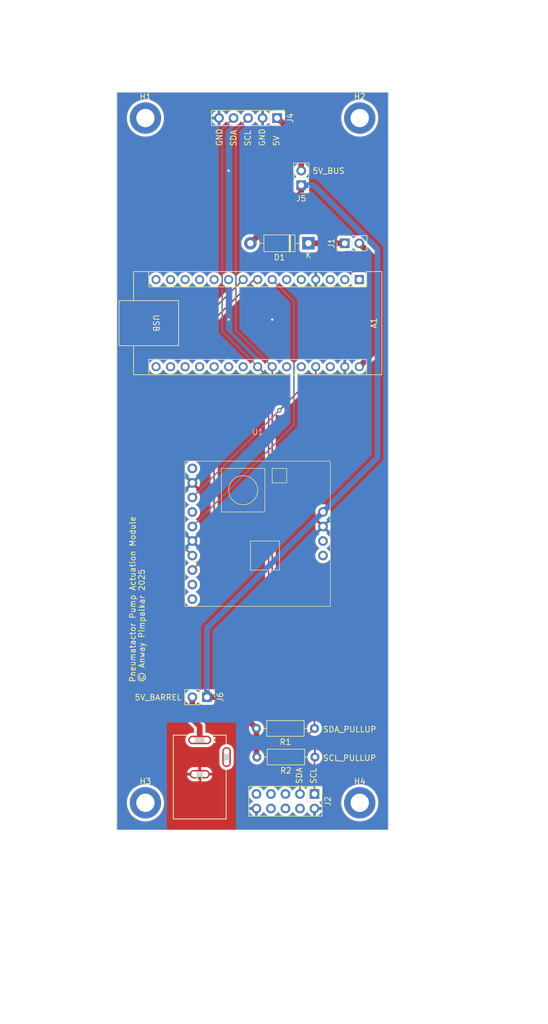
<source format=kicad_pcb>
(kicad_pcb (version 20221018) (generator pcbnew)
  (layers (0 "F.Cu" signal) (31 "B.Cu" signal) (34 "B.Paste" user) (35 "F.Paste" user) (36 "B.SilkS" user "B.Silkscreen") (37 "F.SilkS" user "F.Silkscreen") (38 "B.Mask" user) (39 "F.Mask" user) (44 "Edge.Cuts" user))
  (net 0 "")
  (net 4 "GND")
  (net 7 "EN")
  (net 8 "PWM1")
  (net 9 "PWM2")
  (net 23 "SDA")
  (net 24 "SCL")
  (net 27 "5V_NANO")
  (net 29 "Net-(A1-VIN)")
  (net 30 "Net-(D1-K)")
  (net 31 "5V")
  (net 45 "5V_BARREL")
  (net 46 "5V_BUS")
  (footprint "Diode_THT:D_DO-41_SOD81_P10.16mm_Horizontal" (layer "F.Cu") (at 66.04 57.15 180)
    (fp_text reference "D1" (at 5.08 -2.47) (layer "F.SilkS"))
    (fp_text value "1N4001")
    (fp_text user "K" (at 0 -2.1) (layer "F.SilkS"))
    (fp_line (start 1.34 0) (end 2.36 0) (stroke (width 0.12)) (layer "F.SilkS"))
    (fp_line (start 2.36 -1.47) (end 2.36 1.47) (stroke (width 0.12)) (layer "F.SilkS"))
    (fp_line (start 2.36 1.47) (end 7.8 1.47) (stroke (width 0.12)) (layer "F.SilkS"))
    (fp_line (start 3.14 -1.47) (end 3.14 1.47) (stroke (width 0.12)) (layer "F.SilkS"))
    (fp_line (start 3.26 -1.47) (end 3.26 1.47) (stroke (width 0.12)) (layer "F.SilkS"))
    (fp_line (start 3.38 -1.47) (end 3.38 1.47) (stroke (width 0.12)) (layer "F.SilkS"))
    (fp_line (start 7.8 -1.47) (end 2.36 -1.47) (stroke (width 0.12)) (layer "F.SilkS"))
    (fp_line (start 7.8 1.47) (end 7.8 -1.47) (stroke (width 0.12)) (layer "F.SilkS"))
    (fp_line (start 8.82 0) (end 7.8 0) (stroke (width 0.12)) (layer "F.SilkS"))
    (pad "1" thru_hole rect (at 0 0 180) (size 2.2 2.2) (drill 1.1) (layers "*.Cu" "*.Mask") (net 30 "Net-(D1-K)"))
    (pad "2" thru_hole oval (at 10.16 0 180) (size 2.2 2.2) (drill 1.1) (layers "*.Cu" "*.Mask") (net 31 "5V"))
  )
  (footprint "Pneumatactors:Pololu 2997 Motor Driver" (layer "F.Cu") (at 44.45 95.25)
    (fp_text reference "U1" (at 12.7 -5.08 unlocked) (layer "F.SilkS") (effects (font (thickness 0.1))))
    (fp_text value "~")
    (fp_rect (start 0 0) (end 25.4 25.4) (stroke (width 0.1)) (fill none) (layer "F.SilkS"))
    (fp_rect (start 6.35 1.27) (end 13.97 8.89) (stroke (width 0.1)) (fill none) (layer "F.SilkS"))
    (fp_rect (start 11.43 13.97) (end 16.51 19.05) (stroke (width 0.1)) (fill none) (layer "F.SilkS"))
    (fp_rect (start 15.24 1.27) (end 17.78 3.81) (stroke (width 0.1)) (fill none) (layer "F.SilkS"))
    (fp_circle (center 10.16 5.08) (end 12.7 5.08) (stroke (width 0.1)) (fill none) (layer "F.SilkS"))
    (pad "1" thru_hole circle (at 1.27 1.27) (size 1.7 1.7) (drill 1) (layers "*.Cu" "*.Mask"))
    (pad "2" thru_hole circle (at 1.27 3.81) (size 1.7 1.7) (drill 1) (layers "*.Cu" "*.Mask") (net 4 "GND"))
    (pad "3" thru_hole circle (at 1.27 6.35) (size 1.7 1.7) (drill 1) (layers "*.Cu" "*.Mask") (net 27 "5V_NANO"))
    (pad "4" thru_hole circle (at 1.27 8.89) (size 1.7 1.7) (drill 1) (layers "*.Cu" "*.Mask"))
    (pad "5" thru_hole circle (at 1.27 11.43) (size 1.7 1.7) (drill 1) (layers "*.Cu" "*.Mask") (net 7 "EN"))
    (pad "6" thru_hole circle (at 1.27 13.97) (size 1.7 1.7) (drill 1) (layers "*.Cu" "*.Mask") (net 4 "GND"))
    (pad "7" thru_hole circle (at 1.27 16.51) (size 1.7 1.7) (drill 1) (layers "*.Cu" "*.Mask") (net 9 "PWM2"))
    (pad "8" thru_hole circle (at 1.27 19.05) (size 1.7 1.7) (drill 1) (layers "*.Cu" "*.Mask") (net 8 "PWM1"))
    (pad "9" thru_hole circle (at 1.27 21.59) (size 1.7 1.7) (drill 1) (layers "*.Cu" "*.Mask"))
    (pad "10" thru_hole circle (at 1.27 24.13) (size 1.7 1.7) (drill 1) (layers "*.Cu" "*.Mask"))
    (pad "11" thru_hole circle (at 24.13 8.89) (size 1.7 1.7) (drill 1) (layers "*.Cu" "*.Mask") (net 31 "5V"))
    (pad "12" thru_hole circle (at 24.13 11.43) (size 1.7 1.7) (drill 1) (layers "*.Cu" "*.Mask") (net 4 "GND"))
    (pad "13" thru_hole circle (at 24.13 13.97) (size 1.7 1.7) (drill 1) (layers "*.Cu" "*.Mask"))
    (pad "14" thru_hole circle (at 24.13 16.51) (size 1.7 1.7) (drill 1) (layers "*.Cu" "*.Mask"))
  )
  (footprint "Pneumatactors:PJ-002A_CUD" (layer "F.Cu") (at 47.01 150.5 180)
    (fp_text reference "J3" (at 0 0 180 unlocked) (layer "F.SilkS"))
    (fp_text value "PJ-002A")
    (fp_text user "*" (at -2.54 6.4897 180 unlocked) (layer "F.SilkS"))
    (fp_text user "*" (at -2.54 6.4897) (layer "F.SilkS"))
    (fp_line (start -4.6228 -7.3279) (end -4.6228 1.409846) (stroke (width 0.1524)) (layer "F.SilkS"))
    (fp_line (start -4.6228 5.575154) (end -4.6228 7.3279) (stroke (width 0.1524)) (layer "F.SilkS"))
    (fp_line (start -4.6228 7.3279) (end -1.941574 7.3279) (stroke (width 0.1524)) (layer "F.SilkS"))
    (fp_line (start 1.941574 7.3279) (end 4.6228 7.3279) (stroke (width 0.1524)) (layer "F.SilkS"))
    (fp_line (start 4.6228 -7.3279) (end -4.6228 -7.3279) (stroke (width 0.1524)) (layer "F.SilkS"))
    (fp_line (start 4.6228 7.3279) (end 4.6228 -7.3279) (stroke (width 0.1524)) (layer "F.SilkS"))
    (fp_line (start -4.699 4.4958) (end -4.699 2.4892) (stroke (width 0.9906)) (layer "Edge.Cuts"))
    (fp_line (start -1.257311 6.4897) (end 1.257289 6.4897) (stroke (width 0.9906)) (layer "Edge.Cuts"))
    (fp_line (start -1.0033 0.4953) (end 1.0033 0.4953) (stroke (width 0.9906)) (layer "Edge.Cuts"))
    (pad "" np_thru_hole circle (at -4.699 2.4892 180) (size 0.9906 0.9906) (drill 0.9906) (layers "*.Cu" "*.Mask"))
    (pad "" np_thru_hole circle (at -4.699 4.4958 180) (size 0.9906 0.9906) (drill 0.9906) (layers "*.Cu" "*.Mask"))
    (pad "" np_thru_hole circle (at -1.257311 6.4897 180) (size 0.9906 0.9906) (drill 0.9906) (layers "*.Cu" "*.Mask"))
    (pad "" np_thru_hole circle (at -1.0033 0.4953 180) (size 0.9906 0.9906) (drill 0.9906) (layers "*.Cu" "*.Mask"))
    (pad "" np_thru_hole circle (at 1.0033 0.4953 180) (size 0.9906 0.9906) (drill 0.9906) (layers "*.Cu" "*.Mask"))
    (pad "" np_thru_hole circle (at 1.257289 6.4897 180) (size 0.9906 0.9906) (drill 0.9906) (layers "*.Cu" "*.Mask"))
    (pad "1" smd oval (at 0 6.4897 180) (size 4.0132 1.4986) (layers "F.Cu" "F.Paste" "F.Mask") (net 45 "5V_BARREL"))
    (pad "2" smd oval (at 0 0.4953 180) (size 3.5052 1.4986) (layers "F.Cu" "F.Paste" "F.Mask") (net 4 "GND"))
    (pad "3" smd oval (at -4.699 3.4925 180) (size 1.4986 3.5052) (layers "F.Cu" "F.Paste" "F.Mask"))
  )
  (footprint "MountingHole:MountingHole_3.2mm_M3_ISO14580_Pad" (layer "F.Cu") (at 75.01 35.25)
    (fp_text reference "H2" (at 0 -3.75) (layer "F.SilkS"))
    (fp_text value "MountingHole" hide)
    (pad "1" thru_hole circle (at 0 0) (size 5.5 5.5) (drill 3.2) (layers "*.Cu" "*.Mask"))
  )
  (footprint "Connector_PinHeader_2.54mm:PinHeader_2x05_P2.54mm_Vertical" (layer "F.Cu") (at 67.09 153.46 -90)
    (fp_text reference "J2" (at 1.27 -2.33 90) (layer "F.SilkS"))
    (fp_text value "Conn_02x05_Odd_Even")
    (fp_line (start -1.33 -1.33) (end 0 -1.33) (stroke (width 0.12)) (layer "F.SilkS"))
    (fp_line (start -1.33 0) (end -1.33 -1.33) (stroke (width 0.12)) (layer "F.SilkS"))
    (fp_line (start -1.33 1.27) (end -1.33 11.49) (stroke (width 0.12)) (layer "F.SilkS"))
    (fp_line (start -1.33 1.27) (end 1.27 1.27) (stroke (width 0.12)) (layer "F.SilkS"))
    (fp_line (start -1.33 11.49) (end 3.87 11.49) (stroke (width 0.12)) (layer "F.SilkS"))
    (fp_line (start 1.27 -1.33) (end 3.87 -1.33) (stroke (width 0.12)) (layer "F.SilkS"))
    (fp_line (start 1.27 1.27) (end 1.27 -1.33) (stroke (width 0.12)) (layer "F.SilkS"))
    (fp_line (start 3.87 -1.33) (end 3.87 11.49) (stroke (width 0.12)) (layer "F.SilkS"))
    (pad "1" thru_hole rect (at 0 0 270) (size 1.7 1.7) (drill 1) (layers "*.Cu" "*.Mask") (net 24 "SCL"))
    (pad "2" thru_hole oval (at 2.54 0 270) (size 1.7 1.7) (drill 1) (layers "*.Cu" "*.Mask") (net 4 "GND"))
    (pad "3" thru_hole oval (at 0 2.54 270) (size 1.7 1.7) (drill 1) (layers "*.Cu" "*.Mask") (net 23 "SDA"))
    (pad "4" thru_hole oval (at 2.54 2.54 270) (size 1.7 1.7) (drill 1) (layers "*.Cu" "*.Mask"))
    (pad "5" thru_hole oval (at 0 5.08 270) (size 1.7 1.7) (drill 1) (layers "*.Cu" "*.Mask"))
    (pad "6" thru_hole oval (at 2.54 5.08 270) (size 1.7 1.7) (drill 1) (layers "*.Cu" "*.Mask"))
    (pad "7" thru_hole oval (at 0 7.62 270) (size 1.7 1.7) (drill 1) (layers "*.Cu" "*.Mask"))
    (pad "8" thru_hole oval (at 2.54 7.62 270) (size 1.7 1.7) (drill 1) (layers "*.Cu" "*.Mask"))
    (pad "9" thru_hole oval (at 0 10.16 270) (size 1.7 1.7) (drill 1) (layers "*.Cu" "*.Mask"))
    (pad "10" thru_hole oval (at 2.54 10.16 270) (size 1.7 1.7) (drill 1) (layers "*.Cu" "*.Mask") (net 4 "GND"))
  )
  (footprint "Connector_PinHeader_2.54mm:PinHeader_1x05_P2.54mm_Vertical" (layer "F.Cu") (at 60.55 35.25 -90)
    (fp_text reference "J4" (at 0 -2.33 90) (layer "F.SilkS"))
    (fp_text value "Conn_01x05_Pin")
    (fp_line (start -1.33 -1.33) (end 0 -1.33) (stroke (width 0.12)) (layer "F.SilkS"))
    (fp_line (start -1.33 0) (end -1.33 -1.33) (stroke (width 0.12)) (layer "F.SilkS"))
    (fp_line (start -1.33 1.27) (end -1.33 11.49) (stroke (width 0.12)) (layer "F.SilkS"))
    (fp_line (start -1.33 1.27) (end 1.33 1.27) (stroke (width 0.12)) (layer "F.SilkS"))
    (fp_line (start -1.33 11.49) (end 1.33 11.49) (stroke (width 0.12)) (layer "F.SilkS"))
    (fp_line (start 1.33 1.27) (end 1.33 11.49) (stroke (width 0.12)) (layer "F.SilkS"))
    (pad "1" thru_hole rect (at 0 0 270) (size 1.7 1.7) (drill 1) (layers "*.Cu" "*.Mask") (net 46 "5V_BUS"))
    (pad "2" thru_hole oval (at 0 2.54 270) (size 1.7 1.7) (drill 1) (layers "*.Cu" "*.Mask") (net 4 "GND"))
    (pad "3" thru_hole oval (at 0 5.08 270) (size 1.7 1.7) (drill 1) (layers "*.Cu" "*.Mask") (net 24 "SCL"))
    (pad "4" thru_hole oval (at 0 7.62 270) (size 1.7 1.7) (drill 1) (layers "*.Cu" "*.Mask") (net 23 "SDA"))
    (pad "5" thru_hole oval (at 0 10.16 270) (size 1.7 1.7) (drill 1) (layers "*.Cu" "*.Mask") (net 4 "GND"))
  )
  (footprint "Connector_PinHeader_2.54mm:PinHeader_1x02_P2.54mm_Vertical" (layer "F.Cu") (at 72.39 57.15 90)
    (fp_text reference "J1" (at 0 -2.33 90) (layer "F.SilkS"))
    (fp_text value "Conn_01x02_Pin")
    (fp_line (start -1.33 -1.33) (end 0 -1.33) (stroke (width 0.12)) (layer "F.SilkS"))
    (fp_line (start -1.33 0) (end -1.33 -1.33) (stroke (width 0.12)) (layer "F.SilkS"))
    (fp_line (start -1.33 1.27) (end -1.33 3.87) (stroke (width 0.12)) (layer "F.SilkS"))
    (fp_line (start -1.33 1.27) (end 1.33 1.27) (stroke (width 0.12)) (layer "F.SilkS"))
    (fp_line (start -1.33 3.87) (end 1.33 3.87) (stroke (width 0.12)) (layer "F.SilkS"))
    (fp_line (start 1.33 1.27) (end 1.33 3.87) (stroke (width 0.12)) (layer "F.SilkS"))
    (pad "1" thru_hole rect (at 0 0 90) (size 1.7 1.7) (drill 1) (layers "*.Cu" "*.Mask") (net 30 "Net-(D1-K)"))
    (pad "2" thru_hole oval (at 0 2.54 90) (size 1.7 1.7) (drill 1) (layers "*.Cu" "*.Mask") (net 29 "Net-(A1-VIN)"))
  )
  (footprint "MountingHole:MountingHole_3.2mm_M3_ISO14580_Pad" (layer "F.Cu") (at 37.51 35.25)
    (fp_text reference "H1" (at 0 -3.75) (layer "F.SilkS"))
    (fp_text value "MountingHole")
    (pad "1" thru_hole circle (at 0 0) (size 5.5 5.5) (drill 3.2) (layers "*.Cu" "*.Mask"))
  )
  (footprint "Resistor_THT:R_Axial_DIN0207_L6.3mm_D2.5mm_P10.16mm_Horizontal" (layer "F.Cu") (at 67.09 142 180)
    (fp_text reference "R1" (at 5.08 -2.37) (layer "F.SilkS"))
    (fp_text value "R")
    (fp_line (start 1.04 0) (end 1.81 0) (stroke (width 0.12)) (layer "F.SilkS"))
    (fp_line (start 1.81 -1.37) (end 1.81 1.37) (stroke (width 0.12)) (layer "F.SilkS"))
    (fp_line (start 1.81 1.37) (end 8.35 1.37) (stroke (width 0.12)) (layer "F.SilkS"))
    (fp_line (start 8.35 -1.37) (end 1.81 -1.37) (stroke (width 0.12)) (layer "F.SilkS"))
    (fp_line (start 8.35 1.37) (end 8.35 -1.37) (stroke (width 0.12)) (layer "F.SilkS"))
    (fp_line (start 9.12 0) (end 8.35 0) (stroke (width 0.12)) (layer "F.SilkS"))
    (pad "1" thru_hole circle (at 0 0 180) (size 1.6 1.6) (drill 0.8) (layers "*.Cu" "*.Mask") (net 23 "SDA"))
    (pad "2" thru_hole oval (at 10.16 0 180) (size 1.6 1.6) (drill 0.8) (layers "*.Cu" "*.Mask") (net 31 "5V"))
  )
  (footprint "MountingHole:MountingHole_3.2mm_M3_ISO14580_Pad" (layer "F.Cu") (at 37.51 155)
    (fp_text reference "H3" (at 0 -3.75) (layer "F.SilkS"))
    (fp_text value "MountingHole")
    (pad "1" thru_hole circle (at 0 0) (size 5.5 5.5) (drill 3.2) (layers "*.Cu" "*.Mask"))
  )
  (footprint "Resistor_THT:R_Axial_DIN0207_L6.3mm_D2.5mm_P10.16mm_Horizontal" (layer "F.Cu") (at 67.17 147 180)
    (fp_text reference "R2" (at 5.08 -2.37) (layer "F.SilkS"))
    (fp_text value "R")
    (fp_line (start 1.04 0) (end 1.81 0) (stroke (width 0.12)) (layer "F.SilkS"))
    (fp_line (start 1.81 -1.37) (end 1.81 1.37) (stroke (width 0.12)) (layer "F.SilkS"))
    (fp_line (start 1.81 1.37) (end 8.35 1.37) (stroke (width 0.12)) (layer "F.SilkS"))
    (fp_line (start 8.35 -1.37) (end 1.81 -1.37) (stroke (width 0.12)) (layer "F.SilkS"))
    (fp_line (start 8.35 1.37) (end 8.35 -1.37) (stroke (width 0.12)) (layer "F.SilkS"))
    (fp_line (start 9.12 0) (end 8.35 0) (stroke (width 0.12)) (layer "F.SilkS"))
    (pad "1" thru_hole circle (at 0 0 180) (size 1.6 1.6) (drill 0.8) (layers "*.Cu" "*.Mask") (net 24 "SCL"))
    (pad "2" thru_hole oval (at 10.16 0 180) (size 1.6 1.6) (drill 0.8) (layers "*.Cu" "*.Mask") (net 31 "5V"))
  )
  (footprint "MountingHole:MountingHole_3.2mm_M3_ISO14580_Pad" (layer "F.Cu") (at 75.01 155)
    (fp_text reference "H4" (at 0 -3.75) (layer "F.SilkS"))
    (fp_text value "MountingHole")
    (pad "1" thru_hole circle (at 0 0) (size 5.5 5.5) (drill 3.2) (layers "*.Cu" "*.Mask"))
  )
  (footprint "Connector_PinHeader_2.54mm:PinHeader_1x02_P2.54mm_Vertical" (layer "F.Cu") (at 64.77 46.99 180)
    (fp_text reference "J5" (at 0 -2.33) (layer "F.SilkS"))
    (fp_text value "Conn_01x02_Pin")
    (fp_line (start -1.33 -1.33) (end 0 -1.33) (stroke (width 0.12)) (layer "F.SilkS"))
    (fp_line (start -1.33 0) (end -1.33 -1.33) (stroke (width 0.12)) (layer "F.SilkS"))
    (fp_line (start -1.33 1.27) (end -1.33 3.87) (stroke (width 0.12)) (layer "F.SilkS"))
    (fp_line (start -1.33 1.27) (end 1.33 1.27) (stroke (width 0.12)) (layer "F.SilkS"))
    (fp_line (start -1.33 3.87) (end 1.33 3.87) (stroke (width 0.12)) (layer "F.SilkS"))
    (fp_line (start 1.33 1.27) (end 1.33 3.87) (stroke (width 0.12)) (layer "F.SilkS"))
    (pad "1" thru_hole rect (at 0 0 180) (size 1.7 1.7) (drill 1) (layers "*.Cu" "*.Mask") (net 31 "5V"))
    (pad "2" thru_hole oval (at 0 2.54 180) (size 1.7 1.7) (drill 1) (layers "*.Cu" "*.Mask") (net 46 "5V_BUS"))
  )
  (footprint "Module:Arduino_Nano" (layer "F.Cu") (at 74.93 63.5 -90)
    (fp_text reference "A1" (at 7.62 -2.54 90) (layer "F.SilkS"))
    (fp_text value "Arduino_Nano_Every")
    (fp_text user "USB" (at 7.62 35.56 -90 unlocked) (layer "F.SilkS"))
    (fp_line (start -1.4 -3.94) (end -1.4 -1.27) (stroke (width 0.12)) (layer "F.SilkS"))
    (fp_line (start -1.4 1.27) (end -1.4 39.5) (stroke (width 0.12)) (layer "F.SilkS"))
    (fp_line (start -1.4 39.5) (end 3.68 39.5) (stroke (width 0.12)) (layer "F.SilkS"))
    (fp_line (start 1.27 -1.27) (end -1.4 -1.27) (stroke (width 0.12)) (layer "F.SilkS"))
    (fp_line (start 1.27 1.27) (end -1.4 1.27) (stroke (width 0.12)) (layer "F.SilkS"))
    (fp_line (start 1.27 1.27) (end 1.27 -1.27) (stroke (width 0.12)) (layer "F.SilkS"))
    (fp_line (start 1.27 1.27) (end 1.27 36.83) (stroke (width 0.12)) (layer "F.SilkS"))
    (fp_line (start 1.27 36.83) (end -1.4 36.83) (stroke (width 0.12)) (layer "F.SilkS"))
    (fp_line (start 3.68 31.62) (end 11.56 31.62) (stroke (width 0.12)) (layer "F.SilkS"))
    (fp_line (start 3.68 42.04) (end 3.68 31.62) (stroke (width 0.12)) (layer "F.SilkS"))
    (fp_line (start 11.56 31.62) (end 11.56 42.04) (stroke (width 0.12)) (layer "F.SilkS"))
    (fp_line (start 11.56 42.04) (end 3.68 42.04) (stroke (width 0.12)) (layer "F.SilkS"))
    (fp_line (start 13.97 -1.27) (end 13.97 36.83) (stroke (width 0.12)) (layer "F.SilkS"))
    (fp_line (start 13.97 -1.27) (end 16.64 -1.27) (stroke (width 0.12)) (layer "F.SilkS"))
    (fp_line (start 13.97 36.83) (end 16.64 36.83) (stroke (width 0.12)) (layer "F.SilkS"))
    (fp_line (start 16.64 -3.94) (end -1.4 -3.94) (stroke (width 0.12)) (layer "F.SilkS"))
    (fp_line (start 16.64 39.5) (end 11.56 39.5) (stroke (width 0.12)) (layer "F.SilkS"))
    (fp_line (start 16.64 39.5) (end 16.64 -3.94) (stroke (width 0.12)) (layer "F.SilkS"))
    (pad "1" thru_hole rect (at 0 0 270) (size 1.6 1.6) (drill 1) (layers "*.Cu" "*.Mask"))
    (pad "2" thru_hole oval (at 0 2.54 270) (size 1.6 1.6) (drill 1) (layers "*.Cu" "*.Mask"))
    (pad "3" thru_hole oval (at 0 5.08 270) (size 1.6 1.6) (drill 1) (layers "*.Cu" "*.Mask"))
    (pad "4" thru_hole oval (at 0 7.62 270) (size 1.6 1.6) (drill 1) (layers "*.Cu" "*.Mask") (net 4 "GND"))
    (pad "5" thru_hole oval (at 0 10.16 270) (size 1.6 1.6) (drill 1) (layers "*.Cu" "*.Mask"))
    (pad "6" thru_hole oval (at 0 12.7 270) (size 1.6 1.6) (drill 1) (layers "*.Cu" "*.Mask"))
    (pad "7" thru_hole oval (at 0 15.24 270) (size 1.6 1.6) (drill 1) (layers "*.Cu" "*.Mask") (net 7 "EN"))
    (pad "8" thru_hole oval (at 0 17.78 270) (size 1.6 1.6) (drill 1) (layers "*.Cu" "*.Mask") (net 8 "PWM1"))
    (pad "9" thru_hole oval (at 0 20.32 270) (size 1.6 1.6) (drill 1) (layers "*.Cu" "*.Mask") (net 9 "PWM2"))
    (pad "10" thru_hole oval (at 0 22.86 270) (size 1.6 1.6) (drill 1) (layers "*.Cu" "*.Mask"))
    (pad "11" thru_hole oval (at 0 25.4 270) (size 1.6 1.6) (drill 1) (layers "*.Cu" "*.Mask"))
    (pad "12" thru_hole oval (at 0 27.94 270) (size 1.6 1.6) (drill 1) (layers "*.Cu" "*.Mask"))
    (pad "13" thru_hole oval (at 0 30.48 270) (size 1.6 1.6) (drill 1) (layers "*.Cu" "*.Mask"))
    (pad "14" thru_hole oval (at 0 33.02 270) (size 1.6 1.6) (drill 1) (layers "*.Cu" "*.Mask"))
    (pad "15" thru_hole oval (at 0 35.56 270) (size 1.6 1.6) (drill 1) (layers "*.Cu" "*.Mask"))
    (pad "16" thru_hole oval (at 15.24 35.56 270) (size 1.6 1.6) (drill 1) (layers "*.Cu" "*.Mask"))
    (pad "17" thru_hole oval (at 15.24 33.02 270) (size 1.6 1.6) (drill 1) (layers "*.Cu" "*.Mask"))
    (pad "18" thru_hole oval (at 15.24 30.48 270) (size 1.6 1.6) (drill 1) (layers "*.Cu" "*.Mask"))
    (pad "19" thru_hole oval (at 15.24 27.94 270) (size 1.6 1.6) (drill 1) (layers "*.Cu" "*.Mask"))
    (pad "20" thru_hole oval (at 15.24 25.4 270) (size 1.6 1.6) (drill 1) (layers "*.Cu" "*.Mask"))
    (pad "21" thru_hole oval (at 15.24 22.86 270) (size 1.6 1.6) (drill 1) (layers "*.Cu" "*.Mask"))
    (pad "22" thru_hole oval (at 15.24 20.32 270) (size 1.6 1.6) (drill 1) (layers "*.Cu" "*.Mask"))
    (pad "23" thru_hole oval (at 15.24 17.78 270) (size 1.6 1.6) (drill 1) (layers "*.Cu" "*.Mask") (net 23 "SDA"))
    (pad "24" thru_hole oval (at 15.24 15.24 270) (size 1.6 1.6) (drill 1) (layers "*.Cu" "*.Mask") (net 24 "SCL"))
    (pad "25" thru_hole oval (at 15.24 12.7 270) (size 1.6 1.6) (drill 1) (layers "*.Cu" "*.Mask"))
    (pad "26" thru_hole oval (at 15.24 10.16 270) (size 1.6 1.6) (drill 1) (layers "*.Cu" "*.Mask"))
    (pad "27" thru_hole oval (at 15.24 7.62 270) (size 1.6 1.6) (drill 1) (layers "*.Cu" "*.Mask") (net 27 "5V_NANO"))
    (pad "28" thru_hole oval (at 15.24 5.08 270) (size 1.6 1.6) (drill 1) (layers "*.Cu" "*.Mask"))
    (pad "29" thru_hole oval (at 15.24 2.54 270) (size 1.6 1.6) (drill 1) (layers "*.Cu" "*.Mask") (net 4 "GND"))
    (pad "30" thru_hole oval (at 15.24 0 270) (size 1.6 1.6) (drill 1) (layers "*.Cu" "*.Mask") (net 29 "Net-(A1-VIN)"))
  )
  (footprint "Connector_PinHeader_2.54mm:PinHeader_1x02_P2.54mm_Vertical" (layer "F.Cu") (at 48.265 136.525 -90)
    (fp_text reference "J6" (at 0 -2.33 90) (layer "F.SilkS"))
    (fp_text value "Conn_01x02_Pin")
    (fp_line (start -1.33 -1.33) (end 0 -1.33) (stroke (width 0.12)) (layer "F.SilkS"))
    (fp_line (start -1.33 0) (end -1.33 -1.33) (stroke (width 0.12)) (layer "F.SilkS"))
    (fp_line (start -1.33 1.27) (end -1.33 3.87) (stroke (width 0.12)) (layer "F.SilkS"))
    (fp_line (start -1.33 1.27) (end 1.33 1.27) (stroke (width 0.12)) (layer "F.SilkS"))
    (fp_line (start -1.33 3.87) (end 1.33 3.87) (stroke (width 0.12)) (layer "F.SilkS"))
    (fp_line (start 1.33 1.27) (end 1.33 3.87) (stroke (width 0.12)) (layer "F.SilkS"))
    (pad "1" thru_hole rect (at 0 0 270) (size 1.7 1.7) (drill 1) (layers "*.Cu" "*.Mask") (net 31 "5V"))
    (pad "2" thru_hole oval (at 0 2.54 270) (size 1.7 1.7) (drill 1) (layers "*.Cu" "*.Mask") (net 45 "5V_BARREL"))
  )
  (gr_rect (start 32.51 30.75) (end 80.01 159.75) (stroke (width 0.1)) (fill none) (layer "Edge.Cuts"))
  (gr_text "SDA" (at 65.01 151.75 90) (layer "F.SilkS") (effects (font (size 1 1)) (justify left bottom)))
  (gr_text "GND" (at 58.51 40.25 90) (layer "F.SilkS") (effects (font (size 1 1)) (justify left bottom)))
  (gr_text "Pneumatactor Pump Actuation Module\n© Anway Pimpalkar 2025" (at 37.465 133.985 90) (layer "F.SilkS") (effects (font (size 1 1)) (justify left bottom)))
  (gr_text "5V_BUS" (at 66.675 45.085) (layer "F.SilkS") (effects (font (size 1 1)) (justify left bottom)))
  (gr_text "SCL" (at 67.51 151.75 90) (layer "F.SilkS") (effects (font (size 1 1)) (justify left bottom)))
  (gr_text "5V_BARREL" (at 35.56 137.16) (layer "F.SilkS") (effects (font (size 1 1)) (justify left bottom)))
  (gr_text "SDA_PULLUP" (at 68.51 142.75) (layer "F.SilkS") (effects (font (size 1 1)) (justify left bottom)))
  (gr_text "GND" (at 51.01 40.25 90) (layer "F.SilkS") (effects (font (size 1 1)) (justify left bottom)))
  (gr_text "SCL" (at 56.01 40.25 90) (layer "F.SilkS") (effects (font (size 1 1)) (justify left bottom)))
  (gr_text "SDA" (at 53.51 40.25 90) (layer "F.SilkS") (effects (font (size 1 1)) (justify left bottom)))
  (gr_text "SCL_PULLUP" (at 68.51 147.75) (layer "F.SilkS") (effects (font (size 1 1)) (justify left bottom)))
  (gr_text "5V" (at 61.01 40.25 90) (layer "F.SilkS") (effects (font (size 1 1)) (justify left bottom)))
  (via (at 52.07 44.45) (size 0.8) (drill 0.4) (layers "F.Cu" "B.Cu") (net 4))
  (via (at 52.07 70.485) (size 0.8) (drill 0.4) (layers "F.Cu" "B.Cu") (net 4))
  (via (at 59.69 70.485) (size 0.8) (drill 0.4) (layers "F.Cu" "B.Cu") (net 4))
  (segment (start 63.5 67.31) (end 63.5 88.9) (width 0.25) (layer "B.Cu") (net 7))
  (segment (start 63.5 88.9) (end 45.72 106.68) (width 0.25) (layer "B.Cu") (net 7))
  (segment (start 59.69 63.5) (end 63.5 67.31) (width 0.25) (layer "B.Cu") (net 7))
  (segment (start 56.515 63.5) (end 46.99 73.025) (width 0.25) (layer "F.Cu") (net 8))
  (segment (start 57.15 63.5) (end 56.515 63.5) (width 0.25) (layer "F.Cu") (net 8))
  (segment (start 49.53 94.615) (end 49.53 110.49) (width 0.25) (layer "F.Cu") (net 8))
  (segment (start 49.53 110.49) (end 45.72 114.3) (width 0.25) (layer "F.Cu") (net 8))
  (segment (start 35.56 80.645) (end 49.53 94.615) (width 0.25) (layer "F.Cu") (net 8))
  (segment (start 38.735 73.025) (end 35.56 76.2) (width 0.25) (layer "F.Cu") (net 8))
  (segment (start 46.99 73.025) (end 38.735 73.025) (width 0.25) (layer "F.Cu") (net 8))
  (segment (start 35.56 76.2) (end 35.56 80.645) (width 0.25) (layer "F.Cu") (net 8))
  (segment (start 41.91 87.631396) (end 41.91 107.95) (width 0.25) (layer "F.Cu") (net 9))
  (segment (start 41.91 107.95) (end 45.72 111.76) (width 0.25) (layer "F.Cu") (net 9))
  (segment (start 35.11 80.831396) (end 41.91 87.631396) (width 0.25) (layer "F.Cu") (net 9))
  (segment (start 35.11 76.013604) (end 35.11 80.831396) (width 0.25) (layer "F.Cu") (net 9))
  (segment (start 54.61 63.5) (end 45.535 72.575) (width 0.25) (layer "F.Cu") (net 9))
  (segment (start 45.535 72.575) (end 38.548604 72.575) (width 0.25) (layer "F.Cu") (net 9))
  (segment (start 38.548604 72.575) (end 35.11 76.013604) (width 0.25) (layer "F.Cu") (net 9))
  (segment (start 67.09 142) (end 64.55 144.54) (width 0.25) (layer "F.Cu") (net 23))
  (segment (start 67.09 140.75) (end 67.09 142) (width 0.25) (layer "F.Cu") (net 23))
  (segment (start 64.55 144.54) (end 64.55 153.46) (width 0.25) (layer "F.Cu") (net 23))
  (segment (start 59.055 80.645) (end 59.055 132.715) (width 0.25) (layer "F.Cu") (net 23))
  (segment (start 57.15 78.74) (end 59.055 80.645) (width 0.25) (layer "F.Cu") (net 23))
  (segment (start 59.055 132.715) (end 67.09 140.75) (width 0.25) (layer "F.Cu") (net 23))
  (segment (start 50.945 37.235) (end 50.945 72.535) (width 0.25) (layer "B.Cu") (net 23))
  (segment (start 52.93 35.25) (end 50.945 37.235) (width 0.25) (layer "B.Cu") (net 23))
  (segment (start 50.945 72.535) (end 57.15 78.74) (width 0.25) (layer "B.Cu") (net 23))
  (segment (start 67.09 153.46) (end 67.09 147.08) (width 0.25) (layer "F.Cu") (net 24))
  (segment (start 68.58 142.875) (end 68.58 140.97) (width 0.25) (layer "F.Cu") (net 24))
  (segment (start 68.58 140.97) (end 59.69 132.08) (width 0.25) (layer "F.Cu") (net 24))
  (segment (start 67.09 147.08) (end 67.17 147) (width 0.25) (layer "F.Cu") (net 24))
  (segment (start 67.17 147) (end 67.17 144.285) (width 0.25) (layer "F.Cu") (net 24))
  (segment (start 67.17 144.285) (end 68.58 142.875) (width 0.25) (layer "F.Cu") (net 24))
  (segment (start 59.69 132.08) (end 59.69 78.74) (width 0.25) (layer "F.Cu") (net 24))
  (segment (start 55.47 35.25) (end 53.34 37.38) (width 0.25) (layer "B.Cu") (net 24))
  (segment (start 54.745 35.975) (end 55.47 35.25) (width 0.25) (layer "B.Cu") (net 24))
  (segment (start 53.34 72.39) (end 59.69 78.74) (width 0.25) (layer "B.Cu") (net 24))
  (segment (start 53.34 37.38) (end 53.34 72.39) (width 0.25) (layer "B.Cu") (net 24))
  (segment (start 67.31 78.74) (end 67.31 80.01) (width 0.25) (layer "F.Cu") (net 27))
  (segment (start 67.31 80.01) (end 60.96 86.36) (width 0.25) (layer "F.Cu") (net 27))
  (via (at 60.96 86.36) (size 0.8) (drill 0.4) (layers "F.Cu" "B.Cu") (net 27))
  (segment (start 60.96 86.36) (end 45.72 101.6) (width 0.25) (layer "B.Cu") (net 27))
  (segment (start 77.47 59.69) (end 77.47 76.2) (width 1) (layer "F.Cu") (net 29))
  (segment (start 74.93 57.15) (end 77.47 59.69) (width 1) (layer "F.Cu") (net 29))
  (segment (start 77.47 76.2) (end 74.93 78.74) (width 1) (layer "F.Cu") (net 29))
  (segment (start 66.04 57.15) (end 72.39 57.15) (width 1) (layer "F.Cu") (net 30))
  (segment (start 64.77 48.26) (end 55.88 57.15) (width 1) (layer "F.Cu") (net 31))
  (segment (start 48.265 136.525) (end 51.455 136.525) (width 1) (layer "F.Cu") (net 31))
  (segment (start 56.93 146.92) (end 57.01 147) (width 1) (layer "F.Cu") (net 31))
  (segment (start 64.77 46.99) (end 64.77 48.26) (width 1) (layer "F.Cu") (net 31))
  (segment (start 56.93 142) (end 56.93 146.92) (width 1) (layer "F.Cu") (net 31))
  (segment (start 51.455 136.525) (end 56.93 142) (width 1) (layer "F.Cu") (net 31))
  (segment (start 66.962032 46.99) (end 64.77 46.99) (width 1) (layer "B.Cu") (net 31))
  (segment (start 48.265 136.525) (end 48.265 124.455) (width 1) (layer "B.Cu") (net 31))
  (segment (start 48.265 124.455) (end 68.58 104.14) (width 1) (layer "B.Cu") (net 31))
  (segment (start 78.105 94.615) (end 78.105 58.132968) (width 1) (layer "B.Cu") (net 31))
  (segment (start 68.58 104.14) (end 78.105 94.615) (width 1) (layer "B.Cu") (net 31))
  (segment (start 78.105 58.132968) (end 66.962032 46.99) (width 1) (layer "B.Cu") (net 31))
  (segment (start 45.725 136.525) (end 45.72 136.53) (width 1) (layer "F.Cu") (net 45))
  (segment (start 45.72 140.335) (end 47.01 141.625) (width 1) (layer "F.Cu") (net 45))
  (segment (start 47.01 141.625) (end 47.01 143.5103) (width 1) (layer "F.Cu") (net 45))
  (segment (start 45.72 136.53) (end 45.72 140.335) (width 1) (layer "F.Cu") (net 45))
  (segment (start 60.65 35.25) (end 64.77 39.37) (width 1) (layer "F.Cu") (net 46))
  (segment (start 61.01 35.71) (end 60.55 35.25) (width 1) (layer "F.Cu") (net 46))
  (segment (start 64.77 39.37) (end 64.77 44.45) (width 1) (layer "F.Cu") (net 46))
  (segment (start 60.55 35.25) (end 60.65 35.25) (width 1) (layer "F.Cu") (net 46))
  (zone (net 4) (net_name "GND") (layer "F.Cu") (connect_pads (clearance 0.5)) (min_thickness 0.25) (fill yes (thermal_gap 0.5) (thermal_bridge_width 0.5))
    (polygon (pts (xy 15.875 14.605) (xy 107.95 14.605) (xy 106.68 193.675) (xy 12.065 186.055)))
  )
  (zone (net 4) (net_name "GND") (layer "B.Cu") (priority 1) (connect_pads (clearance 0.5)) (min_thickness 0.25) (fill yes (thermal_gap 0.5) (thermal_bridge_width 0.5))
    (polygon (pts (xy 41.275 170.815) (xy 41.275 140.97) (xy 53.34 140.97) (xy 53.34 170.815) (xy 85.09 170.815) (xy 85.09 27.305) (xy 24.765 27.305) (xy 24.765 170.815)))
  )
)
</source>
